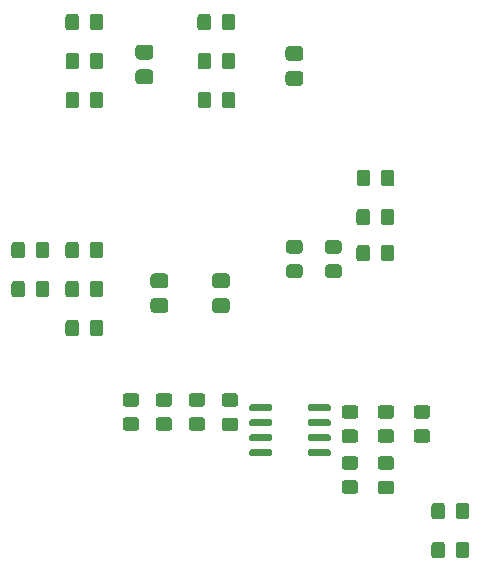
<source format=gbr>
G04 #@! TF.GenerationSoftware,KiCad,Pcbnew,5.1.6-c6e7f7d~87~ubuntu18.04.1*
G04 #@! TF.CreationDate,2020-08-01T12:16:40-04:00*
G04 #@! TF.ProjectId,CEM3320_LPF_plug_in_board,43454d33-3332-4305-9f4c-50465f706c75,1*
G04 #@! TF.SameCoordinates,Original*
G04 #@! TF.FileFunction,Paste,Top*
G04 #@! TF.FilePolarity,Positive*
%FSLAX46Y46*%
G04 Gerber Fmt 4.6, Leading zero omitted, Abs format (unit mm)*
G04 Created by KiCad (PCBNEW 5.1.6-c6e7f7d~87~ubuntu18.04.1) date 2020-08-01 12:16:40*
%MOMM*%
%LPD*%
G01*
G04 APERTURE LIST*
G04 APERTURE END LIST*
G36*
G01*
X166052500Y-82296000D02*
X165163500Y-82296000D01*
G75*
G02*
X164846000Y-81978500I0J317500D01*
G01*
X164846000Y-81343500D01*
G75*
G02*
X165163500Y-81026000I317500J0D01*
G01*
X166052500Y-81026000D01*
G75*
G02*
X166370000Y-81343500I0J-317500D01*
G01*
X166370000Y-81978500D01*
G75*
G02*
X166052500Y-82296000I-317500J0D01*
G01*
G37*
G36*
G01*
X166052500Y-84391500D02*
X165163500Y-84391500D01*
G75*
G02*
X164846000Y-84074000I0J317500D01*
G01*
X164846000Y-83439000D01*
G75*
G02*
X165163500Y-83121500I317500J0D01*
G01*
X166052500Y-83121500D01*
G75*
G02*
X166370000Y-83439000I0J-317500D01*
G01*
X166370000Y-84074000D01*
G75*
G02*
X166052500Y-84391500I-317500J0D01*
G01*
G37*
G36*
G01*
X153352500Y-82169000D02*
X152463500Y-82169000D01*
G75*
G02*
X152146000Y-81851500I0J317500D01*
G01*
X152146000Y-81216500D01*
G75*
G02*
X152463500Y-80899000I317500J0D01*
G01*
X153352500Y-80899000D01*
G75*
G02*
X153670000Y-81216500I0J-317500D01*
G01*
X153670000Y-81851500D01*
G75*
G02*
X153352500Y-82169000I-317500J0D01*
G01*
G37*
G36*
G01*
X153352500Y-84264500D02*
X152463500Y-84264500D01*
G75*
G02*
X152146000Y-83947000I0J317500D01*
G01*
X152146000Y-83312000D01*
G75*
G02*
X152463500Y-82994500I317500J0D01*
G01*
X153352500Y-82994500D01*
G75*
G02*
X153670000Y-83312000I0J-317500D01*
G01*
X153670000Y-83947000D01*
G75*
G02*
X153352500Y-84264500I-317500J0D01*
G01*
G37*
G36*
G01*
X153733500Y-102362000D02*
X154622500Y-102362000D01*
G75*
G02*
X154940000Y-102679500I0J-317500D01*
G01*
X154940000Y-103314500D01*
G75*
G02*
X154622500Y-103632000I-317500J0D01*
G01*
X153733500Y-103632000D01*
G75*
G02*
X153416000Y-103314500I0J317500D01*
G01*
X153416000Y-102679500D01*
G75*
G02*
X153733500Y-102362000I317500J0D01*
G01*
G37*
G36*
G01*
X153733500Y-100266500D02*
X154622500Y-100266500D01*
G75*
G02*
X154940000Y-100584000I0J-317500D01*
G01*
X154940000Y-101219000D01*
G75*
G02*
X154622500Y-101536500I-317500J0D01*
G01*
X153733500Y-101536500D01*
G75*
G02*
X153416000Y-101219000I0J317500D01*
G01*
X153416000Y-100584000D01*
G75*
G02*
X153733500Y-100266500I317500J0D01*
G01*
G37*
G36*
G01*
X158940500Y-102362000D02*
X159829500Y-102362000D01*
G75*
G02*
X160147000Y-102679500I0J-317500D01*
G01*
X160147000Y-103314500D01*
G75*
G02*
X159829500Y-103632000I-317500J0D01*
G01*
X158940500Y-103632000D01*
G75*
G02*
X158623000Y-103314500I0J317500D01*
G01*
X158623000Y-102679500D01*
G75*
G02*
X158940500Y-102362000I317500J0D01*
G01*
G37*
G36*
G01*
X158940500Y-100266500D02*
X159829500Y-100266500D01*
G75*
G02*
X160147000Y-100584000I0J-317500D01*
G01*
X160147000Y-101219000D01*
G75*
G02*
X159829500Y-101536500I-317500J0D01*
G01*
X158940500Y-101536500D01*
G75*
G02*
X158623000Y-101219000I0J317500D01*
G01*
X158623000Y-100584000D01*
G75*
G02*
X158940500Y-100266500I317500J0D01*
G01*
G37*
G36*
G01*
X172904999Y-113471000D02*
X173805001Y-113471000D01*
G75*
G02*
X174055000Y-113720999I0J-249999D01*
G01*
X174055000Y-114371001D01*
G75*
G02*
X173805001Y-114621000I-249999J0D01*
G01*
X172904999Y-114621000D01*
G75*
G02*
X172655000Y-114371001I0J249999D01*
G01*
X172655000Y-113720999D01*
G75*
G02*
X172904999Y-113471000I249999J0D01*
G01*
G37*
G36*
G01*
X172904999Y-111421000D02*
X173805001Y-111421000D01*
G75*
G02*
X174055000Y-111670999I0J-249999D01*
G01*
X174055000Y-112321001D01*
G75*
G02*
X173805001Y-112571000I-249999J0D01*
G01*
X172904999Y-112571000D01*
G75*
G02*
X172655000Y-112321001I0J249999D01*
G01*
X172655000Y-111670999D01*
G75*
G02*
X172904999Y-111421000I249999J0D01*
G01*
G37*
G36*
G01*
X157803001Y-111555000D02*
X156902999Y-111555000D01*
G75*
G02*
X156653000Y-111305001I0J249999D01*
G01*
X156653000Y-110654999D01*
G75*
G02*
X156902999Y-110405000I249999J0D01*
G01*
X157803001Y-110405000D01*
G75*
G02*
X158053000Y-110654999I0J-249999D01*
G01*
X158053000Y-111305001D01*
G75*
G02*
X157803001Y-111555000I-249999J0D01*
G01*
G37*
G36*
G01*
X157803001Y-113605000D02*
X156902999Y-113605000D01*
G75*
G02*
X156653000Y-113355001I0J249999D01*
G01*
X156653000Y-112704999D01*
G75*
G02*
X156902999Y-112455000I249999J0D01*
G01*
X157803001Y-112455000D01*
G75*
G02*
X158053000Y-112704999I0J-249999D01*
G01*
X158053000Y-113355001D01*
G75*
G02*
X157803001Y-113605000I-249999J0D01*
G01*
G37*
G36*
G01*
X166727000Y-111783000D02*
X166727000Y-111483000D01*
G75*
G02*
X166877000Y-111333000I150000J0D01*
G01*
X168527000Y-111333000D01*
G75*
G02*
X168677000Y-111483000I0J-150000D01*
G01*
X168677000Y-111783000D01*
G75*
G02*
X168527000Y-111933000I-150000J0D01*
G01*
X166877000Y-111933000D01*
G75*
G02*
X166727000Y-111783000I0J150000D01*
G01*
G37*
G36*
G01*
X166727000Y-113053000D02*
X166727000Y-112753000D01*
G75*
G02*
X166877000Y-112603000I150000J0D01*
G01*
X168527000Y-112603000D01*
G75*
G02*
X168677000Y-112753000I0J-150000D01*
G01*
X168677000Y-113053000D01*
G75*
G02*
X168527000Y-113203000I-150000J0D01*
G01*
X166877000Y-113203000D01*
G75*
G02*
X166727000Y-113053000I0J150000D01*
G01*
G37*
G36*
G01*
X166727000Y-114323000D02*
X166727000Y-114023000D01*
G75*
G02*
X166877000Y-113873000I150000J0D01*
G01*
X168527000Y-113873000D01*
G75*
G02*
X168677000Y-114023000I0J-150000D01*
G01*
X168677000Y-114323000D01*
G75*
G02*
X168527000Y-114473000I-150000J0D01*
G01*
X166877000Y-114473000D01*
G75*
G02*
X166727000Y-114323000I0J150000D01*
G01*
G37*
G36*
G01*
X166727000Y-115593000D02*
X166727000Y-115293000D01*
G75*
G02*
X166877000Y-115143000I150000J0D01*
G01*
X168527000Y-115143000D01*
G75*
G02*
X168677000Y-115293000I0J-150000D01*
G01*
X168677000Y-115593000D01*
G75*
G02*
X168527000Y-115743000I-150000J0D01*
G01*
X166877000Y-115743000D01*
G75*
G02*
X166727000Y-115593000I0J150000D01*
G01*
G37*
G36*
G01*
X161777000Y-115593000D02*
X161777000Y-115293000D01*
G75*
G02*
X161927000Y-115143000I150000J0D01*
G01*
X163577000Y-115143000D01*
G75*
G02*
X163727000Y-115293000I0J-150000D01*
G01*
X163727000Y-115593000D01*
G75*
G02*
X163577000Y-115743000I-150000J0D01*
G01*
X161927000Y-115743000D01*
G75*
G02*
X161777000Y-115593000I0J150000D01*
G01*
G37*
G36*
G01*
X161777000Y-114323000D02*
X161777000Y-114023000D01*
G75*
G02*
X161927000Y-113873000I150000J0D01*
G01*
X163577000Y-113873000D01*
G75*
G02*
X163727000Y-114023000I0J-150000D01*
G01*
X163727000Y-114323000D01*
G75*
G02*
X163577000Y-114473000I-150000J0D01*
G01*
X161927000Y-114473000D01*
G75*
G02*
X161777000Y-114323000I0J150000D01*
G01*
G37*
G36*
G01*
X161777000Y-113053000D02*
X161777000Y-112753000D01*
G75*
G02*
X161927000Y-112603000I150000J0D01*
G01*
X163577000Y-112603000D01*
G75*
G02*
X163727000Y-112753000I0J-150000D01*
G01*
X163727000Y-113053000D01*
G75*
G02*
X163577000Y-113203000I-150000J0D01*
G01*
X161927000Y-113203000D01*
G75*
G02*
X161777000Y-113053000I0J150000D01*
G01*
G37*
G36*
G01*
X161777000Y-111783000D02*
X161777000Y-111483000D01*
G75*
G02*
X161927000Y-111333000I150000J0D01*
G01*
X163577000Y-111333000D01*
G75*
G02*
X163727000Y-111483000I0J-150000D01*
G01*
X163727000Y-111783000D01*
G75*
G02*
X163577000Y-111933000I-150000J0D01*
G01*
X161927000Y-111933000D01*
G75*
G02*
X161777000Y-111783000I0J150000D01*
G01*
G37*
G36*
G01*
X170757001Y-116889000D02*
X169856999Y-116889000D01*
G75*
G02*
X169607000Y-116639001I0J249999D01*
G01*
X169607000Y-115988999D01*
G75*
G02*
X169856999Y-115739000I249999J0D01*
G01*
X170757001Y-115739000D01*
G75*
G02*
X171007000Y-115988999I0J-249999D01*
G01*
X171007000Y-116639001D01*
G75*
G02*
X170757001Y-116889000I-249999J0D01*
G01*
G37*
G36*
G01*
X170757001Y-118939000D02*
X169856999Y-118939000D01*
G75*
G02*
X169607000Y-118689001I0J249999D01*
G01*
X169607000Y-118038999D01*
G75*
G02*
X169856999Y-117789000I249999J0D01*
G01*
X170757001Y-117789000D01*
G75*
G02*
X171007000Y-118038999I0J-249999D01*
G01*
X171007000Y-118689001D01*
G75*
G02*
X170757001Y-118939000I-249999J0D01*
G01*
G37*
G36*
G01*
X175952999Y-113471000D02*
X176853001Y-113471000D01*
G75*
G02*
X177103000Y-113720999I0J-249999D01*
G01*
X177103000Y-114371001D01*
G75*
G02*
X176853001Y-114621000I-249999J0D01*
G01*
X175952999Y-114621000D01*
G75*
G02*
X175703000Y-114371001I0J249999D01*
G01*
X175703000Y-113720999D01*
G75*
G02*
X175952999Y-113471000I249999J0D01*
G01*
G37*
G36*
G01*
X175952999Y-111421000D02*
X176853001Y-111421000D01*
G75*
G02*
X177103000Y-111670999I0J-249999D01*
G01*
X177103000Y-112321001D01*
G75*
G02*
X176853001Y-112571000I-249999J0D01*
G01*
X175952999Y-112571000D01*
G75*
G02*
X175703000Y-112321001I0J249999D01*
G01*
X175703000Y-111670999D01*
G75*
G02*
X175952999Y-111421000I249999J0D01*
G01*
G37*
G36*
G01*
X173805001Y-116907000D02*
X172904999Y-116907000D01*
G75*
G02*
X172655000Y-116657001I0J249999D01*
G01*
X172655000Y-116006999D01*
G75*
G02*
X172904999Y-115757000I249999J0D01*
G01*
X173805001Y-115757000D01*
G75*
G02*
X174055000Y-116006999I0J-249999D01*
G01*
X174055000Y-116657001D01*
G75*
G02*
X173805001Y-116907000I-249999J0D01*
G01*
G37*
G36*
G01*
X173805001Y-118957000D02*
X172904999Y-118957000D01*
G75*
G02*
X172655000Y-118707001I0J249999D01*
G01*
X172655000Y-118056999D01*
G75*
G02*
X172904999Y-117807000I249999J0D01*
G01*
X173805001Y-117807000D01*
G75*
G02*
X174055000Y-118056999I0J-249999D01*
G01*
X174055000Y-118707001D01*
G75*
G02*
X173805001Y-118957000I-249999J0D01*
G01*
G37*
G36*
G01*
X169856999Y-113480000D02*
X170757001Y-113480000D01*
G75*
G02*
X171007000Y-113729999I0J-249999D01*
G01*
X171007000Y-114380001D01*
G75*
G02*
X170757001Y-114630000I-249999J0D01*
G01*
X169856999Y-114630000D01*
G75*
G02*
X169607000Y-114380001I0J249999D01*
G01*
X169607000Y-113729999D01*
G75*
G02*
X169856999Y-113480000I249999J0D01*
G01*
G37*
G36*
G01*
X169856999Y-111430000D02*
X170757001Y-111430000D01*
G75*
G02*
X171007000Y-111679999I0J-249999D01*
G01*
X171007000Y-112330001D01*
G75*
G02*
X170757001Y-112580000I-249999J0D01*
G01*
X169856999Y-112580000D01*
G75*
G02*
X169607000Y-112330001I0J249999D01*
G01*
X169607000Y-111679999D01*
G75*
G02*
X169856999Y-111430000I249999J0D01*
G01*
G37*
G36*
G01*
X158563000Y-85147999D02*
X158563000Y-86048001D01*
G75*
G02*
X158313001Y-86298000I-249999J0D01*
G01*
X157662999Y-86298000D01*
G75*
G02*
X157413000Y-86048001I0J249999D01*
G01*
X157413000Y-85147999D01*
G75*
G02*
X157662999Y-84898000I249999J0D01*
G01*
X158313001Y-84898000D01*
G75*
G02*
X158563000Y-85147999I0J-249999D01*
G01*
G37*
G36*
G01*
X160613000Y-85147999D02*
X160613000Y-86048001D01*
G75*
G02*
X160363001Y-86298000I-249999J0D01*
G01*
X159712999Y-86298000D01*
G75*
G02*
X159463000Y-86048001I0J249999D01*
G01*
X159463000Y-85147999D01*
G75*
G02*
X159712999Y-84898000I249999J0D01*
G01*
X160363001Y-84898000D01*
G75*
G02*
X160613000Y-85147999I0J-249999D01*
G01*
G37*
G36*
G01*
X148278000Y-82746001D02*
X148278000Y-81845999D01*
G75*
G02*
X148527999Y-81596000I249999J0D01*
G01*
X149178001Y-81596000D01*
G75*
G02*
X149428000Y-81845999I0J-249999D01*
G01*
X149428000Y-82746001D01*
G75*
G02*
X149178001Y-82996000I-249999J0D01*
G01*
X148527999Y-82996000D01*
G75*
G02*
X148278000Y-82746001I0J249999D01*
G01*
G37*
G36*
G01*
X146228000Y-82746001D02*
X146228000Y-81845999D01*
G75*
G02*
X146477999Y-81596000I249999J0D01*
G01*
X147128001Y-81596000D01*
G75*
G02*
X147378000Y-81845999I0J-249999D01*
G01*
X147378000Y-82746001D01*
G75*
G02*
X147128001Y-82996000I-249999J0D01*
G01*
X146477999Y-82996000D01*
G75*
G02*
X146228000Y-82746001I0J249999D01*
G01*
G37*
G36*
G01*
X158554000Y-81845999D02*
X158554000Y-82746001D01*
G75*
G02*
X158304001Y-82996000I-249999J0D01*
G01*
X157653999Y-82996000D01*
G75*
G02*
X157404000Y-82746001I0J249999D01*
G01*
X157404000Y-81845999D01*
G75*
G02*
X157653999Y-81596000I249999J0D01*
G01*
X158304001Y-81596000D01*
G75*
G02*
X158554000Y-81845999I0J-249999D01*
G01*
G37*
G36*
G01*
X160604000Y-81845999D02*
X160604000Y-82746001D01*
G75*
G02*
X160354001Y-82996000I-249999J0D01*
G01*
X159703999Y-82996000D01*
G75*
G02*
X159454000Y-82746001I0J249999D01*
G01*
X159454000Y-81845999D01*
G75*
G02*
X159703999Y-81596000I249999J0D01*
G01*
X160354001Y-81596000D01*
G75*
G02*
X160604000Y-81845999I0J-249999D01*
G01*
G37*
G36*
G01*
X166058001Y-98601000D02*
X165157999Y-98601000D01*
G75*
G02*
X164908000Y-98351001I0J249999D01*
G01*
X164908000Y-97700999D01*
G75*
G02*
X165157999Y-97451000I249999J0D01*
G01*
X166058001Y-97451000D01*
G75*
G02*
X166308000Y-97700999I0J-249999D01*
G01*
X166308000Y-98351001D01*
G75*
G02*
X166058001Y-98601000I-249999J0D01*
G01*
G37*
G36*
G01*
X166058001Y-100651000D02*
X165157999Y-100651000D01*
G75*
G02*
X164908000Y-100401001I0J249999D01*
G01*
X164908000Y-99750999D01*
G75*
G02*
X165157999Y-99501000I249999J0D01*
G01*
X166058001Y-99501000D01*
G75*
G02*
X166308000Y-99750999I0J-249999D01*
G01*
X166308000Y-100401001D01*
G75*
G02*
X166058001Y-100651000I-249999J0D01*
G01*
G37*
G36*
G01*
X168459999Y-99510000D02*
X169360001Y-99510000D01*
G75*
G02*
X169610000Y-99759999I0J-249999D01*
G01*
X169610000Y-100410001D01*
G75*
G02*
X169360001Y-100660000I-249999J0D01*
G01*
X168459999Y-100660000D01*
G75*
G02*
X168210000Y-100410001I0J249999D01*
G01*
X168210000Y-99759999D01*
G75*
G02*
X168459999Y-99510000I249999J0D01*
G01*
G37*
G36*
G01*
X168459999Y-97460000D02*
X169360001Y-97460000D01*
G75*
G02*
X169610000Y-97709999I0J-249999D01*
G01*
X169610000Y-98360001D01*
G75*
G02*
X169360001Y-98610000I-249999J0D01*
G01*
X168459999Y-98610000D01*
G75*
G02*
X168210000Y-98360001I0J249999D01*
G01*
X168210000Y-97709999D01*
G75*
G02*
X168459999Y-97460000I249999J0D01*
G01*
G37*
G36*
G01*
X158545000Y-78543999D02*
X158545000Y-79444001D01*
G75*
G02*
X158295001Y-79694000I-249999J0D01*
G01*
X157644999Y-79694000D01*
G75*
G02*
X157395000Y-79444001I0J249999D01*
G01*
X157395000Y-78543999D01*
G75*
G02*
X157644999Y-78294000I249999J0D01*
G01*
X158295001Y-78294000D01*
G75*
G02*
X158545000Y-78543999I0J-249999D01*
G01*
G37*
G36*
G01*
X160595000Y-78543999D02*
X160595000Y-79444001D01*
G75*
G02*
X160345001Y-79694000I-249999J0D01*
G01*
X159694999Y-79694000D01*
G75*
G02*
X159445000Y-79444001I0J249999D01*
G01*
X159445000Y-78543999D01*
G75*
G02*
X159694999Y-78294000I249999J0D01*
G01*
X160345001Y-78294000D01*
G75*
G02*
X160595000Y-78543999I0J-249999D01*
G01*
G37*
G36*
G01*
X148269000Y-79444001D02*
X148269000Y-78543999D01*
G75*
G02*
X148518999Y-78294000I249999J0D01*
G01*
X149169001Y-78294000D01*
G75*
G02*
X149419000Y-78543999I0J-249999D01*
G01*
X149419000Y-79444001D01*
G75*
G02*
X149169001Y-79694000I-249999J0D01*
G01*
X148518999Y-79694000D01*
G75*
G02*
X148269000Y-79444001I0J249999D01*
G01*
G37*
G36*
G01*
X146219000Y-79444001D02*
X146219000Y-78543999D01*
G75*
G02*
X146468999Y-78294000I249999J0D01*
G01*
X147119001Y-78294000D01*
G75*
G02*
X147369000Y-78543999I0J-249999D01*
G01*
X147369000Y-79444001D01*
G75*
G02*
X147119001Y-79694000I-249999J0D01*
G01*
X146468999Y-79694000D01*
G75*
G02*
X146219000Y-79444001I0J249999D01*
G01*
G37*
G36*
G01*
X147378000Y-85147999D02*
X147378000Y-86048001D01*
G75*
G02*
X147128001Y-86298000I-249999J0D01*
G01*
X146477999Y-86298000D01*
G75*
G02*
X146228000Y-86048001I0J249999D01*
G01*
X146228000Y-85147999D01*
G75*
G02*
X146477999Y-84898000I249999J0D01*
G01*
X147128001Y-84898000D01*
G75*
G02*
X147378000Y-85147999I0J-249999D01*
G01*
G37*
G36*
G01*
X149428000Y-85147999D02*
X149428000Y-86048001D01*
G75*
G02*
X149178001Y-86298000I-249999J0D01*
G01*
X148527999Y-86298000D01*
G75*
G02*
X148278000Y-86048001I0J249999D01*
G01*
X148278000Y-85147999D01*
G75*
G02*
X148527999Y-84898000I249999J0D01*
G01*
X149178001Y-84898000D01*
G75*
G02*
X149428000Y-85147999I0J-249999D01*
G01*
G37*
G36*
G01*
X143697000Y-102050001D02*
X143697000Y-101149999D01*
G75*
G02*
X143946999Y-100900000I249999J0D01*
G01*
X144597001Y-100900000D01*
G75*
G02*
X144847000Y-101149999I0J-249999D01*
G01*
X144847000Y-102050001D01*
G75*
G02*
X144597001Y-102300000I-249999J0D01*
G01*
X143946999Y-102300000D01*
G75*
G02*
X143697000Y-102050001I0J249999D01*
G01*
G37*
G36*
G01*
X141647000Y-102050001D02*
X141647000Y-101149999D01*
G75*
G02*
X141896999Y-100900000I249999J0D01*
G01*
X142547001Y-100900000D01*
G75*
G02*
X142797000Y-101149999I0J-249999D01*
G01*
X142797000Y-102050001D01*
G75*
G02*
X142547001Y-102300000I-249999J0D01*
G01*
X141896999Y-102300000D01*
G75*
G02*
X141647000Y-102050001I0J249999D01*
G01*
G37*
G36*
G01*
X148269000Y-105352001D02*
X148269000Y-104451999D01*
G75*
G02*
X148518999Y-104202000I249999J0D01*
G01*
X149169001Y-104202000D01*
G75*
G02*
X149419000Y-104451999I0J-249999D01*
G01*
X149419000Y-105352001D01*
G75*
G02*
X149169001Y-105602000I-249999J0D01*
G01*
X148518999Y-105602000D01*
G75*
G02*
X148269000Y-105352001I0J249999D01*
G01*
G37*
G36*
G01*
X146219000Y-105352001D02*
X146219000Y-104451999D01*
G75*
G02*
X146468999Y-104202000I249999J0D01*
G01*
X147119001Y-104202000D01*
G75*
G02*
X147369000Y-104451999I0J-249999D01*
G01*
X147369000Y-105352001D01*
G75*
G02*
X147119001Y-105602000I-249999J0D01*
G01*
X146468999Y-105602000D01*
G75*
G02*
X146219000Y-105352001I0J249999D01*
G01*
G37*
G36*
G01*
X172025000Y-91751999D02*
X172025000Y-92652001D01*
G75*
G02*
X171775001Y-92902000I-249999J0D01*
G01*
X171124999Y-92902000D01*
G75*
G02*
X170875000Y-92652001I0J249999D01*
G01*
X170875000Y-91751999D01*
G75*
G02*
X171124999Y-91502000I249999J0D01*
G01*
X171775001Y-91502000D01*
G75*
G02*
X172025000Y-91751999I0J-249999D01*
G01*
G37*
G36*
G01*
X174075000Y-91751999D02*
X174075000Y-92652001D01*
G75*
G02*
X173825001Y-92902000I-249999J0D01*
G01*
X173174999Y-92902000D01*
G75*
G02*
X172925000Y-92652001I0J249999D01*
G01*
X172925000Y-91751999D01*
G75*
G02*
X173174999Y-91502000I249999J0D01*
G01*
X173825001Y-91502000D01*
G75*
G02*
X174075000Y-91751999I0J-249999D01*
G01*
G37*
G36*
G01*
X148269000Y-102050001D02*
X148269000Y-101149999D01*
G75*
G02*
X148518999Y-100900000I249999J0D01*
G01*
X149169001Y-100900000D01*
G75*
G02*
X149419000Y-101149999I0J-249999D01*
G01*
X149419000Y-102050001D01*
G75*
G02*
X149169001Y-102300000I-249999J0D01*
G01*
X148518999Y-102300000D01*
G75*
G02*
X148269000Y-102050001I0J249999D01*
G01*
G37*
G36*
G01*
X146219000Y-102050001D02*
X146219000Y-101149999D01*
G75*
G02*
X146468999Y-100900000I249999J0D01*
G01*
X147119001Y-100900000D01*
G75*
G02*
X147369000Y-101149999I0J-249999D01*
G01*
X147369000Y-102050001D01*
G75*
G02*
X147119001Y-102300000I-249999J0D01*
G01*
X146468999Y-102300000D01*
G75*
G02*
X146219000Y-102050001I0J249999D01*
G01*
G37*
G36*
G01*
X159696999Y-112473000D02*
X160597001Y-112473000D01*
G75*
G02*
X160847000Y-112722999I0J-249999D01*
G01*
X160847000Y-113373001D01*
G75*
G02*
X160597001Y-113623000I-249999J0D01*
G01*
X159696999Y-113623000D01*
G75*
G02*
X159447000Y-113373001I0J249999D01*
G01*
X159447000Y-112722999D01*
G75*
G02*
X159696999Y-112473000I249999J0D01*
G01*
G37*
G36*
G01*
X159696999Y-110423000D02*
X160597001Y-110423000D01*
G75*
G02*
X160847000Y-110672999I0J-249999D01*
G01*
X160847000Y-111323001D01*
G75*
G02*
X160597001Y-111573000I-249999J0D01*
G01*
X159696999Y-111573000D01*
G75*
G02*
X159447000Y-111323001I0J249999D01*
G01*
X159447000Y-110672999D01*
G75*
G02*
X159696999Y-110423000I249999J0D01*
G01*
G37*
G36*
G01*
X147369000Y-97847999D02*
X147369000Y-98748001D01*
G75*
G02*
X147119001Y-98998000I-249999J0D01*
G01*
X146468999Y-98998000D01*
G75*
G02*
X146219000Y-98748001I0J249999D01*
G01*
X146219000Y-97847999D01*
G75*
G02*
X146468999Y-97598000I249999J0D01*
G01*
X147119001Y-97598000D01*
G75*
G02*
X147369000Y-97847999I0J-249999D01*
G01*
G37*
G36*
G01*
X149419000Y-97847999D02*
X149419000Y-98748001D01*
G75*
G02*
X149169001Y-98998000I-249999J0D01*
G01*
X148518999Y-98998000D01*
G75*
G02*
X148269000Y-98748001I0J249999D01*
G01*
X148269000Y-97847999D01*
G75*
G02*
X148518999Y-97598000I249999J0D01*
G01*
X149169001Y-97598000D01*
G75*
G02*
X149419000Y-97847999I0J-249999D01*
G01*
G37*
G36*
G01*
X154108999Y-112455000D02*
X155009001Y-112455000D01*
G75*
G02*
X155259000Y-112704999I0J-249999D01*
G01*
X155259000Y-113355001D01*
G75*
G02*
X155009001Y-113605000I-249999J0D01*
G01*
X154108999Y-113605000D01*
G75*
G02*
X153859000Y-113355001I0J249999D01*
G01*
X153859000Y-112704999D01*
G75*
G02*
X154108999Y-112455000I249999J0D01*
G01*
G37*
G36*
G01*
X154108999Y-110405000D02*
X155009001Y-110405000D01*
G75*
G02*
X155259000Y-110654999I0J-249999D01*
G01*
X155259000Y-111305001D01*
G75*
G02*
X155009001Y-111555000I-249999J0D01*
G01*
X154108999Y-111555000D01*
G75*
G02*
X153859000Y-111305001I0J249999D01*
G01*
X153859000Y-110654999D01*
G75*
G02*
X154108999Y-110405000I249999J0D01*
G01*
G37*
G36*
G01*
X152215001Y-111555000D02*
X151314999Y-111555000D01*
G75*
G02*
X151065000Y-111305001I0J249999D01*
G01*
X151065000Y-110654999D01*
G75*
G02*
X151314999Y-110405000I249999J0D01*
G01*
X152215001Y-110405000D01*
G75*
G02*
X152465000Y-110654999I0J-249999D01*
G01*
X152465000Y-111305001D01*
G75*
G02*
X152215001Y-111555000I-249999J0D01*
G01*
G37*
G36*
G01*
X152215001Y-113605000D02*
X151314999Y-113605000D01*
G75*
G02*
X151065000Y-113355001I0J249999D01*
G01*
X151065000Y-112704999D01*
G75*
G02*
X151314999Y-112455000I249999J0D01*
G01*
X152215001Y-112455000D01*
G75*
G02*
X152465000Y-112704999I0J-249999D01*
G01*
X152465000Y-113355001D01*
G75*
G02*
X152215001Y-113605000I-249999J0D01*
G01*
G37*
G36*
G01*
X142797000Y-97847999D02*
X142797000Y-98748001D01*
G75*
G02*
X142547001Y-98998000I-249999J0D01*
G01*
X141896999Y-98998000D01*
G75*
G02*
X141647000Y-98748001I0J249999D01*
G01*
X141647000Y-97847999D01*
G75*
G02*
X141896999Y-97598000I249999J0D01*
G01*
X142547001Y-97598000D01*
G75*
G02*
X142797000Y-97847999I0J-249999D01*
G01*
G37*
G36*
G01*
X144847000Y-97847999D02*
X144847000Y-98748001D01*
G75*
G02*
X144597001Y-98998000I-249999J0D01*
G01*
X143946999Y-98998000D01*
G75*
G02*
X143697000Y-98748001I0J249999D01*
G01*
X143697000Y-97847999D01*
G75*
G02*
X143946999Y-97598000I249999J0D01*
G01*
X144597001Y-97598000D01*
G75*
G02*
X144847000Y-97847999I0J-249999D01*
G01*
G37*
G36*
G01*
X172907000Y-95954001D02*
X172907000Y-95053999D01*
G75*
G02*
X173156999Y-94804000I249999J0D01*
G01*
X173807001Y-94804000D01*
G75*
G02*
X174057000Y-95053999I0J-249999D01*
G01*
X174057000Y-95954001D01*
G75*
G02*
X173807001Y-96204000I-249999J0D01*
G01*
X173156999Y-96204000D01*
G75*
G02*
X172907000Y-95954001I0J249999D01*
G01*
G37*
G36*
G01*
X170857000Y-95954001D02*
X170857000Y-95053999D01*
G75*
G02*
X171106999Y-94804000I249999J0D01*
G01*
X171757001Y-94804000D01*
G75*
G02*
X172007000Y-95053999I0J-249999D01*
G01*
X172007000Y-95954001D01*
G75*
G02*
X171757001Y-96204000I-249999J0D01*
G01*
X171106999Y-96204000D01*
G75*
G02*
X170857000Y-95954001I0J249999D01*
G01*
G37*
G36*
G01*
X172007000Y-98101999D02*
X172007000Y-99002001D01*
G75*
G02*
X171757001Y-99252000I-249999J0D01*
G01*
X171106999Y-99252000D01*
G75*
G02*
X170857000Y-99002001I0J249999D01*
G01*
X170857000Y-98101999D01*
G75*
G02*
X171106999Y-97852000I249999J0D01*
G01*
X171757001Y-97852000D01*
G75*
G02*
X172007000Y-98101999I0J-249999D01*
G01*
G37*
G36*
G01*
X174057000Y-98101999D02*
X174057000Y-99002001D01*
G75*
G02*
X173807001Y-99252000I-249999J0D01*
G01*
X173156999Y-99252000D01*
G75*
G02*
X172907000Y-99002001I0J249999D01*
G01*
X172907000Y-98101999D01*
G75*
G02*
X173156999Y-97852000I249999J0D01*
G01*
X173807001Y-97852000D01*
G75*
G02*
X174057000Y-98101999I0J-249999D01*
G01*
G37*
G36*
G01*
X179257000Y-120846001D02*
X179257000Y-119945999D01*
G75*
G02*
X179506999Y-119696000I249999J0D01*
G01*
X180157001Y-119696000D01*
G75*
G02*
X180407000Y-119945999I0J-249999D01*
G01*
X180407000Y-120846001D01*
G75*
G02*
X180157001Y-121096000I-249999J0D01*
G01*
X179506999Y-121096000D01*
G75*
G02*
X179257000Y-120846001I0J249999D01*
G01*
G37*
G36*
G01*
X177207000Y-120846001D02*
X177207000Y-119945999D01*
G75*
G02*
X177456999Y-119696000I249999J0D01*
G01*
X178107001Y-119696000D01*
G75*
G02*
X178357000Y-119945999I0J-249999D01*
G01*
X178357000Y-120846001D01*
G75*
G02*
X178107001Y-121096000I-249999J0D01*
G01*
X177456999Y-121096000D01*
G75*
G02*
X177207000Y-120846001I0J249999D01*
G01*
G37*
G36*
G01*
X178357000Y-123247999D02*
X178357000Y-124148001D01*
G75*
G02*
X178107001Y-124398000I-249999J0D01*
G01*
X177456999Y-124398000D01*
G75*
G02*
X177207000Y-124148001I0J249999D01*
G01*
X177207000Y-123247999D01*
G75*
G02*
X177456999Y-122998000I249999J0D01*
G01*
X178107001Y-122998000D01*
G75*
G02*
X178357000Y-123247999I0J-249999D01*
G01*
G37*
G36*
G01*
X180407000Y-123247999D02*
X180407000Y-124148001D01*
G75*
G02*
X180157001Y-124398000I-249999J0D01*
G01*
X179506999Y-124398000D01*
G75*
G02*
X179257000Y-124148001I0J249999D01*
G01*
X179257000Y-123247999D01*
G75*
G02*
X179506999Y-122998000I249999J0D01*
G01*
X180157001Y-122998000D01*
G75*
G02*
X180407000Y-123247999I0J-249999D01*
G01*
G37*
M02*

</source>
